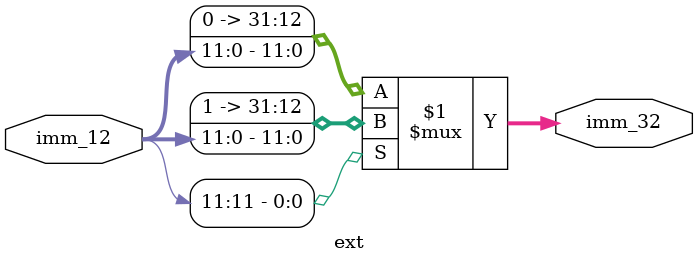
<source format=v>
module ext(
    input [11: 0] imm_12,

    output [31: 0] imm_32
);

assign imm_32 = imm_12[11] ? {20'hf_ffff, imm_12} : {20'h0_0000, imm_12};

endmodule
</source>
